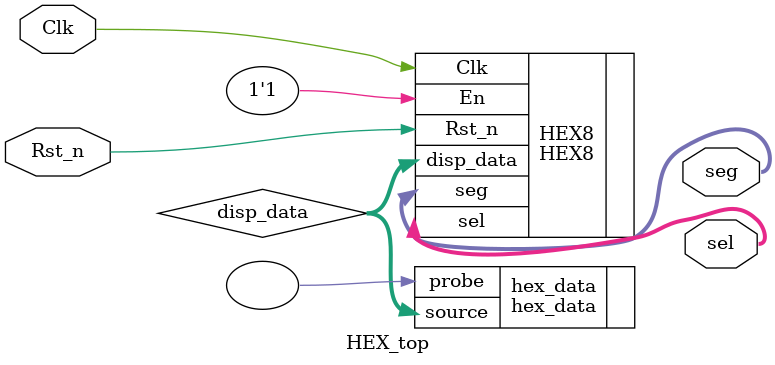
<source format=v>
/***************************************************
*	Module Name		:	HEX_top		   
*	Engineer		   :	James
*	Target Device	:	EP4CE10F17C8
*	Tool versions	:	Quartus II 13.0
*	Create Date		:	2019-4-29
*	Revision		   :	v1.0
*	Description		:  8位7段数码管显示   板级测试顶层模块
**************************************************/

module HEX_top(
		Clk,
		Rst_n,
		sel,
		seg
	);
	
	input Clk;   //50M
	input Rst_n;

	
	output[7:0] sel;//数码管位选（选择当前要现实的数码管）
	output[6:0]  seg;//数码管段选（当前要显示的内容）
	
	
	wire[31:0] disp_data;
	
	hex_data hex_data(
	.probe(),
	.source(disp_data)
	);
	
	HEX8 HEX8(
		.Clk(Clk),
		.Rst_n(Rst_n),
		.En(1'b1),
		.disp_data(disp_data),
		.sel(sel),
		.seg(seg)
	);
	
endmodule
</source>
